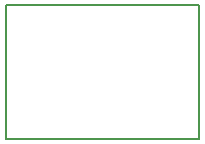
<source format=gko>
G04 MADE WITH FRITZING*
G04 WWW.FRITZING.ORG*
G04 DOUBLE SIDED*
G04 HOLES PLATED*
G04 CONTOUR ON CENTER OF CONTOUR VECTOR*
%ASAXBY*%
%FSLAX23Y23*%
%MOIN*%
%OFA0B0*%
%SFA1.0B1.0*%
%ADD10R,0.649606X0.456693*%
%ADD11C,0.008000*%
%ADD10C,0.008*%
%LNCONTOUR*%
G90*
G70*
G54D10*
G54D11*
X4Y453D02*
X646Y453D01*
X646Y4D01*
X4Y4D01*
X4Y453D01*
D02*
G04 End of contour*
M02*
</source>
